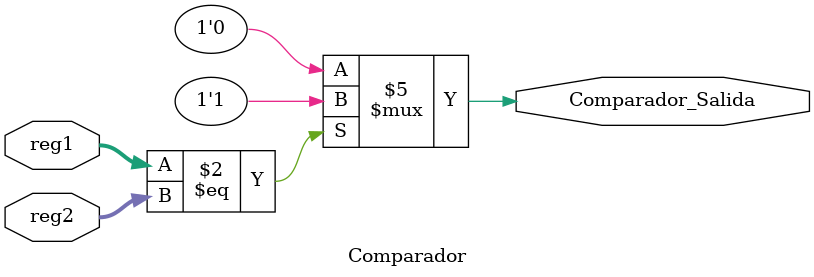
<source format=v>
`timescale 1ns / 1ps
/*MÓDULO Comparador: El modulo comparador es el encargado de determianr si los valores contenidos en los registros
que coloco como sálida el banco de registros son iguales, esta comparación es necesaria para realizar la operación 
de tipo branch condicional. Tiene como entrada los dos registros  de 32 bits, en caso de ser iguales setea la salida
como 1 y si son distintos la setea como 0.

ENTRADAS (2): reg1[31:0], reg2[31:0]
SALIDAS (1):  Comparador_Salida[31:0]
*/

module Comparador(
		input [31:0] reg1,
		input [31:0] reg2,
		output reg Comparador_Salida = 0
    );

//Siempre que alguna entrada cambie ejecuta lo siguiente	 
always @(*)

begin

//Cuando son iguales envía un 1
if (reg1 == reg2)
Comparador_Salida = 1;

else
//Cuando son distintos envía un 0
Comparador_Salida = 0;

end

endmodule

</source>
